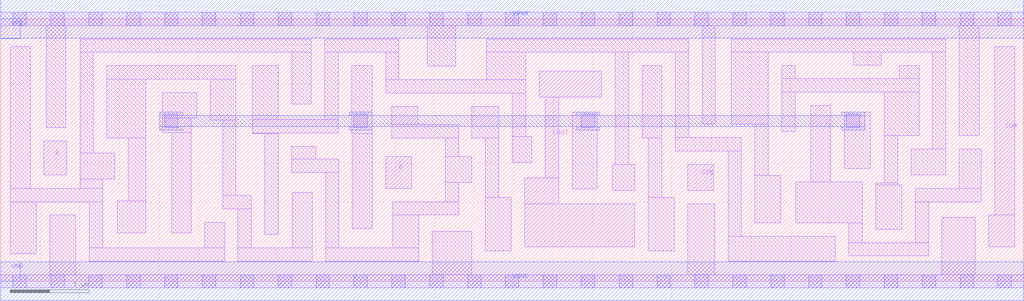
<source format=lef>
# Copyright 2020 The SkyWater PDK Authors
#
# Licensed under the Apache License, Version 2.0 (the "License");
# you may not use this file except in compliance with the License.
# You may obtain a copy of the License at
#
#     https://www.apache.org/licenses/LICENSE-2.0
#
# Unless required by applicable law or agreed to in writing, software
# distributed under the License is distributed on an "AS IS" BASIS,
# WITHOUT WARRANTIES OR CONDITIONS OF ANY KIND, either express or implied.
# See the License for the specific language governing permissions and
# limitations under the License.
#
# SPDX-License-Identifier: Apache-2.0

VERSION 5.5 ;
NAMESCASESENSITIVE ON ;
BUSBITCHARS "[]" ;
DIVIDERCHAR "/" ;
MACRO sky130_fd_sc_hs__fahcin_1
  CLASS CORE ;
  SOURCE USER ;
  ORIGIN  0.000000  0.000000 ;
  SIZE  12.96000 BY  3.330000 ;
  SYMMETRY X Y ;
  SITE unit ;
  PIN A
    ANTENNAGATEAREA  0.279000 ;
    DIRECTION INPUT ;
    USE SIGNAL ;
    PORT
      LAYER li1 ;
        RECT 0.545000 1.350000 0.835000 1.780000 ;
    END
  END A
  PIN B
    ANTENNAGATEAREA  0.723000 ;
    DIRECTION INPUT ;
    USE SIGNAL ;
    PORT
      LAYER li1 ;
        RECT 4.875000 1.180000 5.205000 1.585000 ;
    END
  END B
  PIN CIN
    ANTENNAGATEAREA  0.525000 ;
    DIRECTION INPUT ;
    USE SIGNAL ;
    PORT
      LAYER li1 ;
        RECT 8.705000 1.155000 9.035000 1.485000 ;
    END
  END CIN
  PIN COUT
    ANTENNADIFFAREA  1.959800 ;
    DIRECTION OUTPUT ;
    USE SIGNAL ;
    PORT
      LAYER li1 ;
        RECT 6.640000 0.440000 8.035000 0.985000 ;
        RECT 6.640000 0.985000 7.070000 1.310000 ;
        RECT 6.820000 2.335000 7.615000 2.665000 ;
        RECT 6.900000 1.310000 7.070000 2.335000 ;
    END
  END COUT
  PIN SUM
    ANTENNADIFFAREA  0.541300 ;
    DIRECTION OUTPUT ;
    USE SIGNAL ;
    PORT
      LAYER li1 ;
        RECT 12.515000 0.440000 12.845000 0.840000 ;
        RECT 12.595000 0.840000 12.845000 2.980000 ;
    END
  END SUM
  PIN VGND
    DIRECTION INOUT ;
    USE GROUND ;
    PORT
      LAYER met1 ;
        RECT 0.000000 -0.245000 12.960000 0.245000 ;
    END
  END VGND
  PIN VNB
    DIRECTION INOUT ;
    USE GROUND ;
    PORT
      LAYER met1 ;
        RECT 0.000000 0.000000 0.250000 0.250000 ;
    END
  END VNB
  PIN VPB
    DIRECTION INOUT ;
    USE POWER ;
    PORT
      LAYER met1 ;
        RECT 0.000000 3.080000 0.250000 3.330000 ;
    END
  END VPB
  PIN VPWR
    DIRECTION INOUT ;
    USE POWER ;
    PORT
      LAYER met1 ;
        RECT 0.000000 3.085000 12.960000 3.575000 ;
    END
  END VPWR
  OBS
    LAYER li1 ;
      RECT  0.000000 -0.085000 12.960000 0.085000 ;
      RECT  0.000000  3.245000 12.960000 3.415000 ;
      RECT  0.120000  0.350000  0.450000 1.010000 ;
      RECT  0.120000  1.010000  1.290000 1.180000 ;
      RECT  0.120000  1.180000  0.375000 2.980000 ;
      RECT  0.575000  1.950000  0.825000 3.245000 ;
      RECT  0.620000  0.085000  0.950000 0.840000 ;
      RECT  1.005000  1.180000  1.290000 1.300000 ;
      RECT  1.005000  1.300000  1.445000 1.630000 ;
      RECT  1.005000  1.630000  1.175000 2.905000 ;
      RECT  1.005000  2.905000  3.935000 3.075000 ;
      RECT  1.120000  0.255000  2.835000 0.425000 ;
      RECT  1.120000  0.425000  1.290000 1.010000 ;
      RECT  1.345000  1.820000  1.835000 2.565000 ;
      RECT  1.345000  2.565000  2.980000 2.735000 ;
      RECT  1.475000  0.615000  1.835000 1.020000 ;
      RECT  1.615000  1.020000  1.835000 1.820000 ;
      RECT  2.045000  1.890000  2.415000 2.070000 ;
      RECT  2.045000  2.070000  2.485000 2.395000 ;
      RECT  2.165000  0.615000  2.415000 1.890000 ;
      RECT  2.585000  0.425000  2.835000 0.750000 ;
      RECT  2.655000  2.045000  2.980000 2.565000 ;
      RECT  2.810000  0.920000  3.175000 1.090000 ;
      RECT  2.810000  1.090000  2.980000 2.045000 ;
      RECT  3.005000  0.255000  3.945000 0.425000 ;
      RECT  3.005000  0.425000  3.175000 0.920000 ;
      RECT  3.185000  1.875000  3.515000 1.880000 ;
      RECT  3.185000  1.880000  4.275000 2.050000 ;
      RECT  3.185000  2.050000  3.515000 2.735000 ;
      RECT  3.345000  0.595000  3.515000 1.875000 ;
      RECT  3.685000  1.380000  4.285000 1.550000 ;
      RECT  3.685000  1.550000  3.990000 1.710000 ;
      RECT  3.685000  2.250000  3.935000 2.905000 ;
      RECT  3.695000  0.425000  3.945000 1.125000 ;
      RECT  4.105000  2.050000  4.275000 2.905000 ;
      RECT  4.105000  2.905000  5.045000 3.075000 ;
      RECT  4.115000  0.255000  5.295000 0.425000 ;
      RECT  4.115000  0.425000  4.285000 1.380000 ;
      RECT  4.445000  1.875000  4.705000 2.735000 ;
      RECT  4.455000  0.670000  4.705000 1.875000 ;
      RECT  4.875000  2.390000  6.650000 2.560000 ;
      RECT  4.875000  2.560000  5.045000 2.905000 ;
      RECT  4.955000  1.820000  5.800000 1.990000 ;
      RECT  4.955000  1.990000  5.285000 2.220000 ;
      RECT  4.965000  0.425000  5.295000 0.840000 ;
      RECT  4.965000  0.840000  5.800000 1.010000 ;
      RECT  5.405000  2.730000  5.765000 3.245000 ;
      RECT  5.465000  0.085000  5.970000 0.635000 ;
      RECT  5.630000  1.010000  5.800000 1.255000 ;
      RECT  5.630000  1.255000  5.970000 1.585000 ;
      RECT  5.630000  1.585000  5.800000 1.820000 ;
      RECT  5.970000  1.820000  6.310000 2.220000 ;
      RECT  6.140000  0.385000  6.470000 1.065000 ;
      RECT  6.140000  1.065000  6.310000 1.820000 ;
      RECT  6.150000  2.560000  6.650000 2.905000 ;
      RECT  6.150000  2.905000  8.715000 3.075000 ;
      RECT  6.480000  1.510000  6.730000 1.840000 ;
      RECT  6.480000  1.840000  6.650000 2.390000 ;
      RECT  7.240000  1.170000  7.555000 2.150000 ;
      RECT  7.745000  1.155000  8.035000 1.485000 ;
      RECT  7.785000  1.485000  7.955000 2.905000 ;
      RECT  8.125000  1.820000  8.375000 2.735000 ;
      RECT  8.205000  0.385000  8.535000 1.065000 ;
      RECT  8.205000  1.065000  8.375000 1.820000 ;
      RECT  8.545000  1.655000  9.385000 1.825000 ;
      RECT  8.545000  1.825000  8.715000 2.905000 ;
      RECT  8.705000  0.085000  9.045000 0.985000 ;
      RECT  8.885000  1.995000  9.055000 3.245000 ;
      RECT  9.215000  0.255000 10.575000 0.570000 ;
      RECT  9.215000  0.570000  9.385000 1.655000 ;
      RECT  9.255000  1.995000  9.725000 2.905000 ;
      RECT  9.255000  2.905000 11.975000 3.075000 ;
      RECT  9.555000  0.740000  9.885000 1.340000 ;
      RECT  9.555000  1.340000  9.725000 1.995000 ;
      RECT  9.895000  1.900000 10.065000 2.400000 ;
      RECT  9.895000  2.400000 11.635000 2.570000 ;
      RECT  9.895000  2.570000 10.065000 2.735000 ;
      RECT 10.070000  0.740000 10.915000 1.260000 ;
      RECT 10.265000  1.260000 10.515000 2.230000 ;
      RECT 10.685000  1.430000 11.015000 2.150000 ;
      RECT 10.745000  0.320000 11.755000 0.490000 ;
      RECT 10.745000  0.490000 10.915000 0.740000 ;
      RECT 10.800000  2.740000 11.155000 2.905000 ;
      RECT 11.085000  0.660000 11.415000 1.220000 ;
      RECT 11.085000  1.220000 11.365000 1.250000 ;
      RECT 11.195000  1.250000 11.365000 1.850000 ;
      RECT 11.195000  1.850000 11.635000 2.400000 ;
      RECT 11.385000  2.570000 11.635000 2.735000 ;
      RECT 11.535000  1.350000 11.975000 1.680000 ;
      RECT 11.585000  0.490000 11.755000 1.010000 ;
      RECT 11.585000  1.010000 12.425000 1.180000 ;
      RECT 11.805000  1.680000 11.975000 2.905000 ;
      RECT 11.925000  0.085000 12.345000 0.810000 ;
      RECT 12.145000  1.180000 12.425000 1.680000 ;
      RECT 12.145000  1.850000 12.395000 3.245000 ;
    LAYER mcon ;
      RECT  0.155000 -0.085000  0.325000 0.085000 ;
      RECT  0.155000  3.245000  0.325000 3.415000 ;
      RECT  0.635000 -0.085000  0.805000 0.085000 ;
      RECT  0.635000  3.245000  0.805000 3.415000 ;
      RECT  1.115000 -0.085000  1.285000 0.085000 ;
      RECT  1.115000  3.245000  1.285000 3.415000 ;
      RECT  1.595000 -0.085000  1.765000 0.085000 ;
      RECT  1.595000  3.245000  1.765000 3.415000 ;
      RECT  2.075000 -0.085000  2.245000 0.085000 ;
      RECT  2.075000  1.950000  2.245000 2.120000 ;
      RECT  2.075000  3.245000  2.245000 3.415000 ;
      RECT  2.555000 -0.085000  2.725000 0.085000 ;
      RECT  2.555000  3.245000  2.725000 3.415000 ;
      RECT  3.035000 -0.085000  3.205000 0.085000 ;
      RECT  3.035000  3.245000  3.205000 3.415000 ;
      RECT  3.515000 -0.085000  3.685000 0.085000 ;
      RECT  3.515000  3.245000  3.685000 3.415000 ;
      RECT  3.995000 -0.085000  4.165000 0.085000 ;
      RECT  3.995000  3.245000  4.165000 3.415000 ;
      RECT  4.475000 -0.085000  4.645000 0.085000 ;
      RECT  4.475000  1.950000  4.645000 2.120000 ;
      RECT  4.475000  3.245000  4.645000 3.415000 ;
      RECT  4.955000 -0.085000  5.125000 0.085000 ;
      RECT  4.955000  3.245000  5.125000 3.415000 ;
      RECT  5.435000 -0.085000  5.605000 0.085000 ;
      RECT  5.435000  3.245000  5.605000 3.415000 ;
      RECT  5.915000 -0.085000  6.085000 0.085000 ;
      RECT  5.915000  3.245000  6.085000 3.415000 ;
      RECT  6.395000 -0.085000  6.565000 0.085000 ;
      RECT  6.395000  3.245000  6.565000 3.415000 ;
      RECT  6.875000 -0.085000  7.045000 0.085000 ;
      RECT  6.875000  3.245000  7.045000 3.415000 ;
      RECT  7.355000 -0.085000  7.525000 0.085000 ;
      RECT  7.355000  1.950000  7.525000 2.120000 ;
      RECT  7.355000  3.245000  7.525000 3.415000 ;
      RECT  7.835000 -0.085000  8.005000 0.085000 ;
      RECT  7.835000  3.245000  8.005000 3.415000 ;
      RECT  8.315000 -0.085000  8.485000 0.085000 ;
      RECT  8.315000  3.245000  8.485000 3.415000 ;
      RECT  8.795000 -0.085000  8.965000 0.085000 ;
      RECT  8.795000  3.245000  8.965000 3.415000 ;
      RECT  9.275000 -0.085000  9.445000 0.085000 ;
      RECT  9.275000  3.245000  9.445000 3.415000 ;
      RECT  9.755000 -0.085000  9.925000 0.085000 ;
      RECT  9.755000  3.245000  9.925000 3.415000 ;
      RECT 10.235000 -0.085000 10.405000 0.085000 ;
      RECT 10.235000  3.245000 10.405000 3.415000 ;
      RECT 10.715000 -0.085000 10.885000 0.085000 ;
      RECT 10.715000  1.950000 10.885000 2.120000 ;
      RECT 10.715000  3.245000 10.885000 3.415000 ;
      RECT 11.195000 -0.085000 11.365000 0.085000 ;
      RECT 11.195000  3.245000 11.365000 3.415000 ;
      RECT 11.675000 -0.085000 11.845000 0.085000 ;
      RECT 11.675000  3.245000 11.845000 3.415000 ;
      RECT 12.155000 -0.085000 12.325000 0.085000 ;
      RECT 12.155000  3.245000 12.325000 3.415000 ;
      RECT 12.635000 -0.085000 12.805000 0.085000 ;
      RECT 12.635000  3.245000 12.805000 3.415000 ;
    LAYER met1 ;
      RECT  2.015000 1.920000  2.305000 1.965000 ;
      RECT  2.015000 1.965000 10.945000 2.105000 ;
      RECT  2.015000 2.105000  2.305000 2.150000 ;
      RECT  4.415000 1.920000  4.705000 1.965000 ;
      RECT  4.415000 2.105000  4.705000 2.150000 ;
      RECT  7.295000 1.920000  7.585000 1.965000 ;
      RECT  7.295000 2.105000  7.585000 2.150000 ;
      RECT 10.655000 1.920000 10.945000 1.965000 ;
      RECT 10.655000 2.105000 10.945000 2.150000 ;
  END
END sky130_fd_sc_hs__fahcin_1
END LIBRARY

</source>
